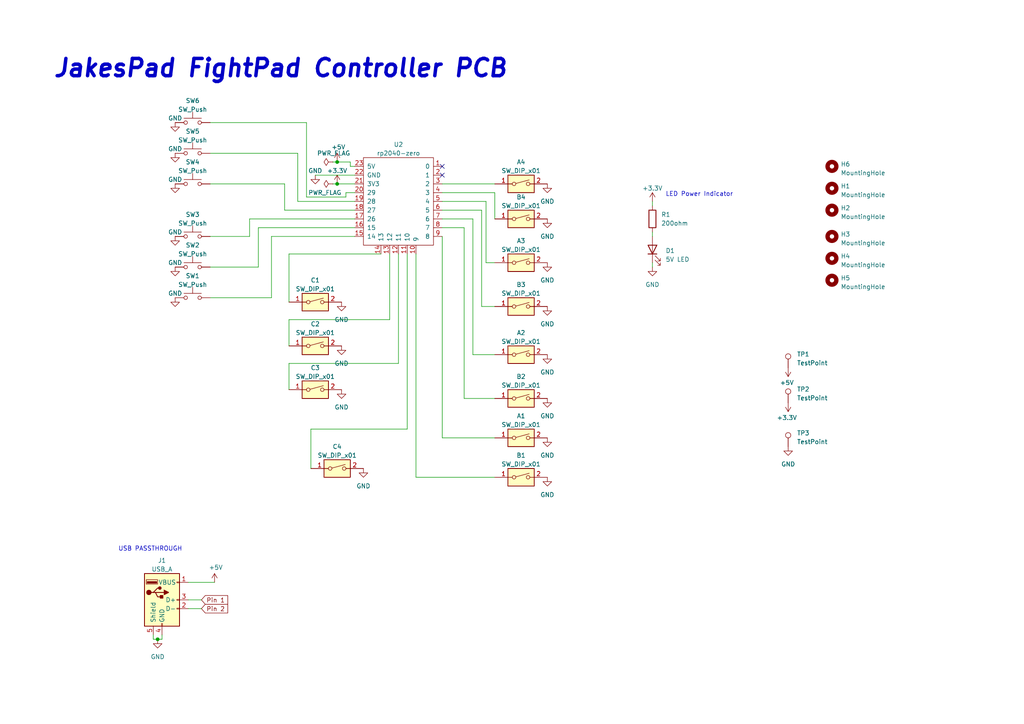
<source format=kicad_sch>
(kicad_sch (version 20230121) (generator eeschema)
  (paper "A4")
  (title_block (title "Portal Gun Raspberry Pi Hat PCB") (date "2024-01-29") (rev "0.1") (company "Ranil Ganlath"))
  (lib_symbols
    (symbol "Connector:TestPoint" (pin_numbers hide) (pin_names (offset 0.762) hide)
      (property "Reference" "TP" (at 0 6.858 0))
      (property "Value" "TestPoint" (at 0 5.08 0))
      (symbol "TestPoint_0_1"
        (circle (center 0 3.302) (radius 0.762))
      )
      (symbol "TestPoint_1_1"
        (pin passive line (at 0 0 90) (length 2.54) (name "1") (number "1"))
      )
    )
    (symbol "Connector:USB_A" (pin_names (offset 1.016))
      (property "Reference" "J" (at -5.08 11.43 0))
      (property "Value" "USB_A" (at -5.08 8.89 0))
      (symbol "USB_A_0_1"
        (rectangle (start -5.08 -7.62) (end 5.08 7.62) (stroke (width 0.254)) (fill (type background)))
        (circle (center -3.81 2.159) (radius 0.635) (stroke (width 0.254)) (fill (type outline)))
        (rectangle (start -1.524 4.826) (end -4.318 5.334) (fill (type outline)))
        (rectangle (start -1.27 4.572) (end -4.572 5.842))
        (circle (center -0.635 3.429) (radius 0.381) (stroke (width 0.254)) (fill (type outline)))
        (rectangle (start -0.127 -7.62) (end 0.127 -6.858))
        (polyline (pts (xy -3.175 2.159) (xy -2.54 2.159) (xy -1.27 3.429) (xy -0.635 3.429)) (stroke (width 0.254)))
        (polyline (pts (xy -2.54 2.159) (xy -1.905 2.159) (xy -1.27 0.889) (xy 0 0.889)) (stroke (width 0.254)))
        (polyline (pts (xy 0.635 2.794) (xy 0.635 1.524) (xy 1.905 2.159) (xy 0.635 2.794)) (stroke (width 0.254)) (fill (type outline)))
        (rectangle (start 0.254 1.27) (end -0.508 0.508) (stroke (width 0.254)) (fill (type outline)))
        (rectangle (start 5.08 -2.667) (end 4.318 -2.413))
        (rectangle (start 5.08 -0.127) (end 4.318 0.127))
        (rectangle (start 5.08 4.953) (end 4.318 5.207))
      )
      (symbol "USB_A_1_1"
        (polyline (pts (xy -1.905 2.159) (xy 0.635 2.159)) (stroke (width 0.254)))
        (pin power_in line (at 7.62 5.08 180) (length 2.54) (name "VBUS") (number "1"))
        (pin bidirectional line (at 7.62 -2.54 180) (length 2.54) (name "D-") (number "2"))
        (pin bidirectional line (at 7.62 0 180) (length 2.54) (name "D+") (number "3"))
        (pin power_in line (at 0 -10.16 90) (length 2.54) (name "GND") (number "4"))
        (pin passive line (at -2.54 -10.16 90) (length 2.54) (name "Shield") (number "5"))
      )
    )
    (symbol "Device:LED" (pin_numbers hide) (pin_names (offset 1.016) hide)
      (property "Reference" "D" (at 0 2.54 0))
      (property "Value" "LED" (at 0 -2.54 0))
      (symbol "LED_0_1"
        (polyline (pts (xy -1.27 -1.27) (xy -1.27 1.27)) (stroke (width 0.254)))
        (polyline (pts (xy -1.27 0) (xy 1.27 0)))
        (polyline (pts (xy 1.27 -1.27) (xy 1.27 1.27) (xy -1.27 0) (xy 1.27 -1.27)) (stroke (width 0.254)))
        (polyline (pts (xy -3.048 -0.762) (xy -4.572 -2.286) (xy -3.81 -2.286) (xy -4.572 -2.286) (xy -4.572 -1.524)))
        (polyline (pts (xy -1.778 -0.762) (xy -3.302 -2.286) (xy -2.54 -2.286) (xy -3.302 -2.286) (xy -3.302 -1.524)))
      )
      (symbol "LED_1_1"
        (pin passive line (at -3.81 0 0) (length 2.54) (name "K") (number "1"))
        (pin passive line (at 3.81 0 180) (length 2.54) (name "A") (number "2"))
      )
    )
    (symbol "Device:R" (pin_numbers hide) (pin_names (offset 0))
      (property "Reference" "R" (at 2.032 0 90))
      (property "Value" "R" (at 0 0 90))
      (symbol "R_0_1"
        (rectangle (start -1.016 -2.54) (end 1.016 2.54) (stroke (width 0.254)))
      )
      (symbol "R_1_1"
        (pin passive line (at 0 3.81 270) (length 1.27) (name "~") (number "1"))
        (pin passive line (at 0 -3.81 90) (length 1.27) (name "~") (number "2"))
      )
    )
    (symbol "Mechanical:MountingHole" (pin_names (offset 1.016))
      (property "Reference" "H" (at 0 5.08 0))
      (property "Value" "MountingHole" (at 0 3.175 0))
      (symbol "MountingHole_0_1"
        (circle (center 0 0) (radius 1.27) (stroke (width 1.27)))
      )
    )
    (symbol "Switch:SW_DIP_x01" (pin_names (offset 0) hide)
      (property "Reference" "SW" (at 0 3.81 0))
      (property "Value" "SW_DIP_x01" (at 0 -3.81 0))
      (symbol "SW_DIP_x01_0_0"
        (circle (center -2.032 0) (radius 0.508))
        (polyline (pts (xy -1.524 0.127) (xy 2.3622 1.1684)))
        (circle (center 2.032 0) (radius 0.508))
      )
      (symbol "SW_DIP_x01_0_1"
        (rectangle (start -3.81 2.54) (end 3.81 -2.54) (stroke (width 0.254)) (fill (type background)))
      )
      (symbol "SW_DIP_x01_1_1"
        (pin passive line (at -7.62 0 0) (length 5.08) (name "~") (number "1"))
        (pin passive line (at 7.62 0 180) (length 5.08) (name "~") (number "2"))
      )
    )
    (symbol "Switch:SW_Push" (pin_numbers hide) (pin_names (offset 1.016) hide)
      (property "Reference" "SW" (at 1.27 2.54 0))
      (property "Value" "SW_Push" (at 0 -1.524 0))
      (symbol "SW_Push_0_1"
        (circle (center -2.032 0) (radius 0.508))
        (polyline (pts (xy 0 1.27) (xy 0 3.048)))
        (polyline (pts (xy 2.54 1.27) (xy -2.54 1.27)))
        (circle (center 2.032 0) (radius 0.508))
        (pin passive line (at -5.08 0 0) (length 2.54) (name "1") (number "1"))
        (pin passive line (at 5.08 0 180) (length 2.54) (name "2") (number "2"))
      )
    )
    (symbol "mcu:rp2040-zero" (pin_names (offset 1.016))
      (property "Reference" "U" (at 0 15.24 0))
      (property "Value" "rp2040-zero" (at 0 12.7 0))
      (symbol "rp2040-zero_0_1"
        (rectangle (start -10.16 11.43) (end 10.16 -13.97))
      )
      (symbol "rp2040-zero_1_1"
        (pin bidirectional line (at 12.7 8.89 180) (length 2.54) (name "0") (number "1"))
        (pin bidirectional line (at 5.08 -16.51 90) (length 2.54) (name "9") (number "10"))
        (pin bidirectional line (at 2.54 -16.51 90) (length 2.54) (name "10") (number "11"))
        (pin bidirectional line (at 0 -16.51 90) (length 2.54) (name "11") (number "12"))
        (pin bidirectional line (at -2.54 -16.51 90) (length 2.54) (name "12") (number "13"))
        (pin bidirectional line (at -5.08 -16.51 90) (length 2.54) (name "13") (number "14"))
        (pin bidirectional line (at -12.7 -11.43 0) (length 2.54) (name "14") (number "15"))
        (pin bidirectional line (at -12.7 -8.89 0) (length 2.54) (name "15") (number "16"))
        (pin bidirectional line (at -12.7 -6.35 0) (length 2.54) (name "26") (number "17"))
        (pin bidirectional line (at -12.7 -3.81 0) (length 2.54) (name "27") (number "18"))
        (pin bidirectional line (at -12.7 -1.27 0) (length 2.54) (name "28") (number "19"))
        (pin bidirectional line (at 12.7 6.35 180) (length 2.54) (name "1") (number "2"))
        (pin bidirectional line (at -12.7 1.27 0) (length 2.54) (name "29") (number "20"))
        (pin power_out line (at -12.7 3.81 0) (length 2.54) (name "3V3") (number "21"))
        (pin power_out line (at -12.7 6.35 0) (length 2.54) (name "GND") (number "22"))
        (pin power_out line (at -12.7 8.89 0) (length 2.54) (name "5V") (number "23"))
        (pin bidirectional line (at 12.7 3.81 180) (length 2.54) (name "2") (number "3"))
        (pin bidirectional line (at 12.7 1.27 180) (length 2.54) (name "3") (number "4"))
        (pin bidirectional line (at 12.7 -1.27 180) (length 2.54) (name "4") (number "5"))
        (pin bidirectional line (at 12.7 -3.81 180) (length 2.54) (name "5") (number "6"))
        (pin bidirectional line (at 12.7 -6.35 180) (length 2.54) (name "6") (number "7"))
        (pin bidirectional line (at 12.7 -8.89 180) (length 2.54) (name "7") (number "8"))
        (pin bidirectional line (at 12.7 -11.43 180) (length 2.54) (name "8") (number "9"))
      )
    )
    (symbol "power:+3.3V" (power) (pin_names (offset 0))
      (property "Value" "+3.3V" (at 0 3.556 0))
      (symbol "+3.3V_0_1"
        (polyline (pts (xy -0.762 1.27) (xy 0 2.54)))
        (polyline (pts (xy 0 0) (xy 0 2.54)))
        (polyline (pts (xy 0 2.54) (xy 0.762 1.27)))
      )
      (symbol "+3.3V_1_1"
        (pin power_in line (at 0 0 90) (length 0) hide (name "+3.3V") (number "1"))
      )
    )
    (symbol "power:+5V" (power) (pin_names (offset 0))
      (property "Value" "+5V" (at 0 3.556 0))
      (symbol "+5V_0_1"
        (polyline (pts (xy -0.762 1.27) (xy 0 2.54)))
        (polyline (pts (xy 0 0) (xy 0 2.54)))
        (polyline (pts (xy 0 2.54) (xy 0.762 1.27)))
      )
      (symbol "+5V_1_1"
        (pin power_in line (at 0 0 90) (length 0) hide (name "+5V") (number "1"))
      )
    )
    (symbol "power:GND" (power) (pin_names (offset 0))
      (property "Value" "GND" (at 0 -3.81 0))
      (symbol "GND_0_1"
        (polyline (pts (xy 0 0) (xy 0 -1.27) (xy 1.27 -1.27) (xy 0 -2.54) (xy -1.27 -1.27) (xy 0 -1.27)))
      )
      (symbol "GND_1_1"
        (pin power_in line (at 0 0 270) (length 0) hide (name "GND") (number "1"))
      )
    )
    (symbol "power:PWR_FLAG" (power) (pin_numbers hide) (pin_names (offset 0) hide)
      (property "Value" "PWR_FLAG" (at 0 3.81 0))
      (symbol "PWR_FLAG_0_0"
        (pin power_out line (at 0 0 90) (length 0) (name "pwr") (number "1"))
      )
      (symbol "PWR_FLAG_0_1"
        (polyline (pts (xy 0 0) (xy 0 1.27) (xy -1.016 1.905) (xy 0 2.54) (xy 1.016 1.905) (xy 0 1.27)))
      )
    )
  )
  (junction (at 97.79 46.99))
  (junction (at 97.79 53.34))
  (junction (at 45.72 185.42))
  (no_connect (at 128.27 50.8))
  (no_connect (at 128.27 48.26))
  (wire (pts (xy 90.17 135.89) (xy 90.17 124.46)))
  (wire (pts (xy 60.96 35.56) (xy 88.9 35.56)))
  (wire (pts (xy 83.82 105.41) (xy 83.82 113.03)))
  (wire (pts (xy 82.55 53.34) (xy 82.55 60.96)))
  (wire (pts (xy 78.74 86.36) (xy 78.74 68.58)))
  (wire (pts (xy 189.23 76.2) (xy 189.23 77.47)))
  (wire (pts (xy 128.27 68.58) (xy 128.27 127)))
  (wire (pts (xy 118.11 124.46) (xy 118.11 73.66)))
  (wire (pts (xy 60.96 44.45) (xy 86.36 44.45)))
  (wire (pts (xy 86.36 58.42) (xy 102.87 58.42)))
  (wire (pts (xy 128.27 127) (xy 143.51 127)))
  (wire (pts (xy 91.44 50.8) (xy 102.87 50.8)))
  (wire (pts (xy 113.03 73.66) (xy 113.03 92.71)))
  (wire (pts (xy 139.7 88.9) (xy 143.51 88.9)))
  (wire (pts (xy 74.93 66.04) (xy 102.87 66.04)))
  (wire (pts (xy 189.23 67.31) (xy 189.23 68.58)))
  (wire (pts (xy 134.62 115.57) (xy 143.51 115.57)))
  (wire (pts (xy 115.57 73.66) (xy 115.57 105.41)))
  (wire (pts (xy 96.52 53.34) (xy 97.79 53.34)))
  (wire (pts (xy 72.39 68.58) (xy 72.39 63.5)))
  (wire (pts (xy 140.97 58.42) (xy 140.97 76.2)))
  (wire (pts (xy 62.23 168.91) (xy 54.61 168.91)))
  (wire (pts (xy 143.51 63.5) (xy 143.51 55.88)))
  (wire (pts (xy 101.6 48.26) (xy 102.87 48.26)))
  (wire (pts (xy 110.49 73.66) (xy 83.82 73.66)))
  (wire (pts (xy 74.93 77.47) (xy 74.93 66.04)))
  (wire (pts (xy 128.27 53.34) (xy 143.51 53.34)))
  (wire (pts (xy 128.27 55.88) (xy 143.51 55.88)))
  (wire (pts (xy 113.03 92.71) (xy 83.82 92.71)))
  (wire (pts (xy 120.65 73.66) (xy 120.65 138.43)))
  (wire (pts (xy 97.79 53.34) (xy 102.87 53.34)))
  (wire (pts (xy 78.74 68.58) (xy 102.87 68.58)))
  (wire (pts (xy 128.27 60.96) (xy 139.7 60.96)))
  (wire (pts (xy 60.96 68.58) (xy 72.39 68.58)))
  (wire (pts (xy 60.96 86.36) (xy 78.74 86.36)))
  (wire (pts (xy 88.9 35.56) (xy 88.9 57.15)))
  (wire (pts (xy 54.61 176.53) (xy 58.42 176.53)))
  (wire (pts (xy 90.17 124.46) (xy 118.11 124.46)))
  (wire (pts (xy 60.96 53.34) (xy 82.55 53.34)))
  (wire (pts (xy 97.79 46.99) (xy 101.6 46.99)))
  (wire (pts (xy 101.6 46.99) (xy 101.6 48.26)))
  (wire (pts (xy 137.16 63.5) (xy 137.16 102.87)))
  (wire (pts (xy 139.7 60.96) (xy 139.7 88.9)))
  (wire (pts (xy 86.36 44.45) (xy 86.36 58.42)))
  (wire (pts (xy 128.27 63.5) (xy 137.16 63.5)))
  (wire (pts (xy 100.33 57.15) (xy 100.33 55.88)))
  (wire (pts (xy 140.97 76.2) (xy 143.51 76.2)))
  (wire (pts (xy 44.45 185.42) (xy 44.45 184.15)))
  (wire (pts (xy 83.82 92.71) (xy 83.82 100.33)))
  (wire (pts (xy 82.55 60.96) (xy 102.87 60.96)))
  (wire (pts (xy 46.99 185.42) (xy 46.99 184.15)))
  (wire (pts (xy 189.23 58.42) (xy 189.23 59.69)))
  (wire (pts (xy 115.57 105.41) (xy 83.82 105.41)))
  (wire (pts (xy 45.72 185.42) (xy 46.99 185.42)))
  (wire (pts (xy 83.82 73.66) (xy 83.82 87.63)))
  (wire (pts (xy 137.16 102.87) (xy 143.51 102.87)))
  (wire (pts (xy 128.27 58.42) (xy 140.97 58.42)))
  (wire (pts (xy 45.72 185.42) (xy 44.45 185.42)))
  (wire (pts (xy 88.9 57.15) (xy 100.33 57.15)))
  (wire (pts (xy 128.27 66.04) (xy 134.62 66.04)))
  (wire (pts (xy 60.96 77.47) (xy 74.93 77.47)))
  (wire (pts (xy 96.52 46.99) (xy 97.79 46.99)))
  (wire (pts (xy 100.33 55.88) (xy 102.87 55.88)))
  (wire (pts (xy 134.62 66.04) (xy 134.62 115.57)))
  (wire (pts (xy 120.65 138.43) (xy 143.51 138.43)))
  (wire (pts (xy 72.39 63.5) (xy 102.87 63.5)))
  (wire (pts (xy 54.61 173.99) (xy 58.42 173.99)))
  (text "USB PASSTHROUGH" (at 34.29 160.02 0) (effects (font (size 1.27 1.27)) (justify left bottom)))
  (text "JakesPad FightPad Controller PCB" (at 15.24 22.86 0) (effects (font (size 5 5) (thickness 1) bold italic) (justify left bottom)))
  (text "LED Power Indicator" (at 193.04 57.15 0) (effects (font (size 1.27 1.27)) (justify left bottom)))
  (global_label "Pin 1" (shape input) (at 58.42 173.99 0) (property "Intersheetrefs" "${INTERSHEET_REFS}" (effects hide)))
  (global_label "Pin 2" (shape input) (at 58.42 176.53 0) (property "Intersheetrefs" "${INTERSHEET_REFS}" (effects hide)))
  (symbol (lib_id "Switch:SW_Push") (at 55.88 86.36 0) (unit 1)
    (property "Reference" "SW1" (at 55.88 80.01 0))
    (property "Value" "SW_Push" (at 55.88 82.55 0))
    (property "Footprint" "Button_Switch_THT:SW_PUSH-12mm" (effects hide))
  )
  (symbol (lib_id "Mechanical:MountingHole") (at 241.3 68.58 0) (unit 1)
    (property "Reference" "H3" (at 243.84 67.945 0) (effects (justify left)))
    (property "Value" "MountingHole" (at 243.84 70.485 0) (effects (justify left)))
    (property "Footprint" "MountingHole:MountingHole_4.3mm_M4" (effects hide))
  )
  (symbol (lib_id "Switch:SW_DIP_x01") (at 91.44 113.03 0) (unit 1)
    (property "Reference" "C3" (at 91.44 106.68 0))
    (property "Value" "SW_DIP_x01" (at 91.44 109.22 0))
    (property "Footprint" "keyswitches.pretty-master:Kailh_socket_PG1350_optional" (effects hide))
  )
  (symbol (lib_id "Switch:SW_Push") (at 55.88 68.58 0) (unit 1)
    (property "Reference" "SW3" (at 55.88 62.23 0))
    (property "Value" "SW_Push" (at 55.88 64.77 0))
    (property "Footprint" "Button_Switch_THT:SW_PUSH-12mm" (effects hide))
  )
  (symbol (lib_id "Switch:SW_DIP_x01") (at 151.13 102.87 0) (unit 1)
    (property "Reference" "A2" (at 151.13 96.52 0))
    (property "Value" "SW_DIP_x01" (at 151.13 99.06 0))
    (property "Footprint" "keyswitches.pretty-master:Kailh_socket_PG1350_optional" (effects hide))
  )
  (symbol (lib_id "power:GND") (at 45.72 185.42 0) (unit 1)
    (property "Reference" "#PWR028" (effects hide))
    (property "Value" "GND" (at 45.72 190.5 0))
  )
  (symbol (lib_id "power:+3.3V") (at 189.23 58.42 0) (unit 1)
    (property "Reference" "#PWR015" (effects hide))
    (property "Value" "+3.3V" (at 189.23 54.61 0))
  )
  (symbol (lib_id "Device:R") (at 189.23 63.5 0) (unit 1)
    (property "Reference" "R1" (at 191.77 62.23 0) (effects (justify left)))
    (property "Value" "200ohm" (at 191.77 64.77 0) (effects (justify left)))
    (property "Footprint" "Resistor_SMD:R_1206_3216Metric_Pad1.30x1.75mm_HandSolder" (effects hide))
  )
  (symbol (lib_id "Switch:SW_DIP_x01") (at 151.13 127 0) (unit 1)
    (property "Reference" "A1" (at 151.13 120.65 0))
    (property "Value" "SW_DIP_x01" (at 151.13 123.19 0))
    (property "Footprint" "keyswitches.pretty-master:Kailh_socket_PG1350_optional" (effects hide))
  )
  (symbol (lib_id "power:GND") (at 50.8 86.36 0) (unit 1)
    (property "Reference" "#PWR020" (effects hide))
    (property "Value" "GND" (at 50.8 85.09 0))
  )
  (symbol (lib_id "power:GND") (at 228.6 129.54 0) (unit 1)
    (property "Reference" "#PWR025" (effects hide))
    (property "Value" "GND" (at 228.6 134.62 0))
  )
  (symbol (lib_id "power:+5V") (at 62.23 168.91 0) (unit 1)
    (property "Reference" "#PWR027" (effects hide))
    (property "Value" "+5V" (at 62.5983 164.5856 0))
  )
  (symbol (lib_id "Mechanical:MountingHole") (at 241.3 74.93 0) (unit 1)
    (property "Reference" "H4" (at 243.84 74.295 0) (effects (justify left)))
    (property "Value" "MountingHole" (at 243.84 76.835 0) (effects (justify left)))
    (property "Footprint" "MountingHole:MountingHole_4.3mm_M4" (effects hide))
  )
  (symbol (lib_id "power:GND") (at 105.41 135.89 0) (unit 1)
    (property "Reference" "#PWR012" (effects hide))
    (property "Value" "GND" (at 105.41 140.97 0))
  )
  (symbol (lib_id "power:GND") (at 158.75 115.57 0) (unit 1)
    (property "Reference" "#PWR04" (effects hide))
    (property "Value" "GND" (at 158.75 120.65 0))
  )
  (symbol (lib_id "Switch:SW_Push") (at 55.88 53.34 0) (unit 1)
    (property "Reference" "SW4" (at 55.88 46.99 0))
    (property "Value" "SW_Push" (at 55.88 49.53 0))
    (property "Footprint" "Button_Switch_THT:SW_PUSH-12mm" (effects hide))
  )
  (symbol (lib_id "power:GND") (at 50.8 44.45 0) (unit 1)
    (property "Reference" "#PWR021" (effects hide))
    (property "Value" "GND" (at 50.8 43.18 0))
  )
  (symbol (lib_id "power:+5V") (at 97.79 46.99 0) (unit 1)
    (property "Reference" "#PWR026" (effects hide))
    (property "Value" "+5V" (at 98.1583 42.6656 0))
  )
  (symbol (lib_id "power:GND") (at 189.23 77.47 0) (unit 1)
    (property "Reference" "#PWR014" (effects hide))
    (property "Value" "GND" (at 189.23 82.55 0))
  )
  (symbol (lib_id "Switch:SW_DIP_x01") (at 151.13 76.2 0) (unit 1)
    (property "Reference" "A3" (at 151.13 69.85 0))
    (property "Value" "SW_DIP_x01" (at 151.13 72.39 0))
    (property "Footprint" "keyswitches.pretty-master:Kailh_socket_PG1350_optional" (effects hide))
  )
  (symbol (lib_id "power:GND") (at 158.75 127 0) (unit 1)
    (property "Reference" "#PWR03" (effects hide))
    (property "Value" "GND" (at 158.75 132.08 0))
  )
  (symbol (lib_id "power:GND") (at 99.06 87.63 0) (unit 1)
    (property "Reference" "#PWR09" (effects hide))
    (property "Value" "GND" (at 99.06 92.71 0))
  )
  (symbol (lib_id "power:GND") (at 50.8 53.34 0) (unit 1)
    (property "Reference" "#PWR017" (effects hide))
    (property "Value" "GND" (at 50.8 52.07 0))
  )
  (symbol (lib_id "power:GND") (at 158.75 63.5 0) (unit 1)
    (property "Reference" "#PWR08" (effects hide))
    (property "Value" "GND" (at 158.75 68.58 0))
  )
  (symbol (lib_id "power:GND") (at 50.8 77.47 0) (unit 1)
    (property "Reference" "#PWR019" (effects hide))
    (property "Value" "GND" (at 50.8 76.2 0))
  )
  (symbol (lib_id "Connector:TestPoint") (at 228.6 129.54 0) (unit 1)
    (property "Reference" "TP3" (at 231.14 125.603 0) (effects (justify left)))
    (property "Value" "TestPoint" (at 231.14 128.143 0) (effects (justify left)))
    (property "Footprint" "TestPoint:TestPoint_Pad_D1.0mm" (effects hide))
  )
  (symbol (lib_id "Switch:SW_Push") (at 55.88 35.56 0) (unit 1)
    (property "Reference" "SW6" (at 55.88 29.21 0))
    (property "Value" "SW_Push" (at 55.88 31.75 0))
    (property "Footprint" "Button_Switch_THT:SW_PUSH-12mm" (effects hide))
  )
  (symbol (lib_id "Mechanical:MountingHole") (at 241.3 81.28 0) (unit 1)
    (property "Reference" "H5" (at 243.84 80.645 0) (effects (justify left)))
    (property "Value" "MountingHole" (at 243.84 83.185 0) (effects (justify left)))
    (property "Footprint" "MountingHole:MountingHole_4.3mm_M4" (effects hide))
  )
  (symbol (lib_id "power:GND") (at 50.8 35.56 0) (unit 1)
    (property "Reference" "#PWR022" (effects hide))
    (property "Value" "GND" (at 50.8 34.29 0))
  )
  (symbol (lib_id "power:GND") (at 50.8 68.58 0) (unit 1)
    (property "Reference" "#PWR018" (effects hide))
    (property "Value" "GND" (at 50.8 67.31 0))
  )
  (symbol (lib_id "Connector:TestPoint") (at 228.6 116.84 0) (unit 1)
    (property "Reference" "TP2" (at 231.14 112.903 0) (effects (justify left)))
    (property "Value" "TestPoint" (at 231.14 115.443 0) (effects (justify left)))
    (property "Footprint" "TestPoint:TestPoint_Pad_D1.0mm" (effects hide))
  )
  (symbol (lib_id "power:GND") (at 99.06 100.33 0) (unit 1)
    (property "Reference" "#PWR010" (effects hide))
    (property "Value" "GND" (at 99.06 105.41 0))
  )
  (symbol (lib_id "Switch:SW_DIP_x01") (at 151.13 138.43 0) (unit 1)
    (property "Reference" "B1" (at 151.13 132.08 0))
    (property "Value" "SW_DIP_x01" (at 151.13 134.62 0))
    (property "Footprint" "keyswitches.pretty-master:Kailh_socket_PG1350_optional" (effects hide))
  )
  (symbol (lib_id "Switch:SW_DIP_x01") (at 151.13 53.34 0) (unit 1)
    (property "Reference" "A4" (at 151.13 46.99 0))
    (property "Value" "SW_DIP_x01" (at 151.13 49.53 0))
    (property "Footprint" "keyswitches.pretty-master:Kailh_socket_PG1350_optional" (effects hide))
  )
  (symbol (lib_id "power:GND") (at 99.06 113.03 0) (unit 1)
    (property "Reference" "#PWR011" (effects hide))
    (property "Value" "GND" (at 99.06 118.11 0))
  )
  (symbol (lib_id "power:GND") (at 91.44 50.8 0) (unit 1)
    (property "Reference" "#PWR016" (effects hide))
    (property "Value" "GND" (at 91.44 49.53 0))
  )
  (symbol (lib_id "Switch:SW_DIP_x01") (at 151.13 63.5 0) (unit 1)
    (property "Reference" "B4" (at 151.13 57.15 0))
    (property "Value" "SW_DIP_x01" (at 151.13 59.69 0))
    (property "Footprint" "keyswitches.pretty-master:Kailh_socket_PG1350_optional" (effects hide))
  )
  (symbol (lib_id "power:GND") (at 158.75 53.34 0) (unit 1)
    (property "Reference" "#PWR01" (effects hide))
    (property "Value" "GND" (at 158.75 58.42 0))
  )
  (symbol (lib_id "Switch:SW_DIP_x01") (at 97.79 135.89 0) (unit 1)
    (property "Reference" "C4" (at 97.79 129.54 0))
    (property "Value" "SW_DIP_x01" (at 97.79 132.08 0))
    (property "Footprint" "keyswitches.pretty-master:Kailh_socket_PG1350_optional" (effects hide))
  )
  (symbol (lib_id "Connector:TestPoint") (at 228.6 106.68 0) (unit 1)
    (property "Reference" "TP1" (at 231.14 102.743 0) (effects (justify left)))
    (property "Value" "TestPoint" (at 231.14 105.283 0) (effects (justify left)))
    (property "Footprint" "TestPoint:TestPoint_Pad_D1.0mm" (effects hide))
  )
  (symbol (lib_id "power:PWR_FLAG") (at 96.52 46.99 90) (unit 1)
    (property "Reference" "#FLG01" (effects hide))
    (property "Value" "PWR_FLAG" (at 101.6 44.45 90) (effects (justify left)))
  )
  (symbol (lib_id "mcu:rp2040-zero") (at 115.57 57.15 0) (unit 1)
    (property "Reference" "U2" (at 115.57 41.91 0))
    (property "Value" "rp2040-zero" (at 115.57 44.45 0))
    (property "Footprint" "mcu:rp2040-zero-tht" (effects hide))
  )
  (symbol (lib_id "Connector:USB_A") (at 46.99 173.99 0) (unit 1)
    (property "Reference" "J1" (at 46.99 162.56 0))
    (property "Value" "USB_A" (at 46.99 165.1 0))
    (property "Datasheet" " ~" (effects hide))
  )
  (symbol (lib_id "Mechanical:MountingHole") (at 241.3 60.96 0) (unit 1)
    (property "Reference" "H2" (at 243.84 60.325 0) (effects (justify left)))
    (property "Value" "MountingHole" (at 243.84 62.865 0) (effects (justify left)))
    (property "Footprint" "MountingHole:MountingHole_4.3mm_M4" (effects hide))
  )
  (symbol (lib_id "Mechanical:MountingHole") (at 241.3 48.26 0) (unit 1)
    (property "Reference" "H6" (at 243.84 47.625 0) (effects (justify left)))
    (property "Value" "MountingHole" (at 243.84 50.165 0) (effects (justify left)))
    (property "Footprint" "MountingHole:MountingHole_4.3mm_M4" (effects hide))
  )
  (symbol (lib_id "power:+3.3V") (at 228.6 116.84 180) (unit 1)
    (property "Reference" "#PWR024" (effects hide))
    (property "Value" "+3.3V" (at 228.2317 121.1644 0))
  )
  (symbol (lib_id "power:GND") (at 158.75 138.43 0) (unit 1)
    (property "Reference" "#PWR02" (effects hide))
    (property "Value" "GND" (at 158.75 143.51 0))
  )
  (symbol (lib_id "Switch:SW_DIP_x01") (at 151.13 88.9 0) (unit 1)
    (property "Reference" "B3" (at 151.13 82.55 0))
    (property "Value" "SW_DIP_x01" (at 151.13 85.09 0))
    (property "Footprint" "keyswitches.pretty-master:Kailh_socket_PG1350_optional" (effects hide))
  )
  (symbol (lib_id "Mechanical:MountingHole") (at 241.3 54.61 0) (unit 1)
    (property "Reference" "H1" (at 243.84 53.975 0) (effects (justify left)))
    (property "Value" "MountingHole" (at 243.84 56.515 0) (effects (justify left)))
    (property "Footprint" "MountingHole:MountingHole_4.3mm_M4" (effects hide))
  )
  (symbol (lib_id "power:+3.3V") (at 97.79 53.34 0) (unit 1)
    (property "Reference" "#PWR013" (effects hide))
    (property "Value" "+3.3V" (at 97.79 49.53 0))
  )
  (symbol (lib_id "power:PWR_FLAG") (at 96.52 53.34 90) (unit 1)
    (property "Reference" "#FLG02" (effects hide))
    (property "Value" "PWR_FLAG" (at 99.06 55.88 90) (effects (justify left)))
  )
  (symbol (lib_id "Switch:SW_DIP_x01") (at 151.13 115.57 0) (unit 1)
    (property "Reference" "B2" (at 151.13 109.22 0))
    (property "Value" "SW_DIP_x01" (at 151.13 111.76 0))
    (property "Footprint" "keyswitches.pretty-master:Kailh_socket_PG1350_optional" (effects hide))
  )
  (symbol (lib_id "Switch:SW_DIP_x01") (at 91.44 87.63 0) (unit 1)
    (property "Reference" "C1" (at 91.44 81.28 0))
    (property "Value" "SW_DIP_x01" (at 91.44 83.82 0))
    (property "Footprint" "keyswitches.pretty-master:Kailh_socket_PG1350_optional" (effects hide))
  )
  (symbol (lib_id "Switch:SW_Push") (at 55.88 77.47 0) (unit 1)
    (property "Reference" "SW2" (at 55.88 71.12 0))
    (property "Value" "SW_Push" (at 55.88 73.66 0))
    (property "Footprint" "Button_Switch_THT:SW_PUSH-12mm" (effects hide))
  )
  (symbol (lib_id "Switch:SW_DIP_x01") (at 91.44 100.33 0) (unit 1)
    (property "Reference" "C2" (at 91.44 93.98 0))
    (property "Value" "SW_DIP_x01" (at 91.44 96.52 0))
    (property "Footprint" "keyswitches.pretty-master:Kailh_socket_PG1350_optional" (effects hide))
  )
  (symbol (lib_id "power:+5V") (at 228.6 106.68 180) (unit 1)
    (property "Reference" "#PWR023" (effects hide))
    (property "Value" "+5V" (at 228.2317 111.0044 0))
  )
  (symbol (lib_id "Switch:SW_Push") (at 55.88 44.45 0) (unit 1)
    (property "Reference" "SW5" (at 55.88 38.1 0))
    (property "Value" "SW_Push" (at 55.88 40.64 0))
    (property "Footprint" "Button_Switch_THT:SW_PUSH-12mm" (effects hide))
  )
  (symbol (lib_id "Device:LED") (at 189.23 72.39 90) (unit 1)
    (property "Reference" "D1" (at 193.04 72.7075 90) (effects (justify right)))
    (property "Value" "5V LED" (at 193.04 75.2475 90) (effects (justify right)))
    (property "Footprint" "LED_SMD:LED_1206_3216Metric_Pad1.42x1.75mm_HandSolder" (effects hide))
  )
  (symbol (lib_id "power:GND") (at 158.75 88.9 0) (unit 1)
    (property "Reference" "#PWR06" (effects hide))
    (property "Value" "GND" (at 158.75 93.98 0))
  )
  (symbol (lib_id "power:GND") (at 158.75 102.87 0) (unit 1)
    (property "Reference" "#PWR05" (effects hide))
    (property "Value" "GND" (at 158.75 107.95 0))
  )
  (symbol (lib_id "power:GND") (at 158.75 76.2 0) (unit 1)
    (property "Reference" "#PWR07" (effects hide))
    (property "Value" "GND" (at 158.75 81.28 0))
  )
)
</source>
